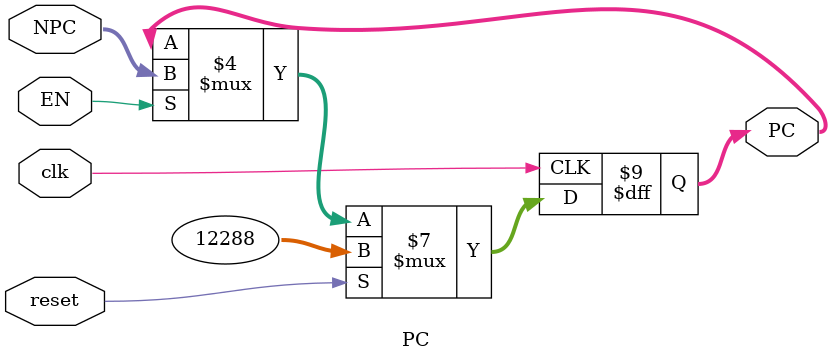
<source format=v>
`timescale 1ns / 1ps
module PC(
    input clk,
    input reset,
    input EN,
    input [31:0] NPC,
    output reg [31:0] PC
    );
	
	initial begin
		PC = 32'h0000_3000;
	end
	
	always @(posedge clk) begin
		if (reset) begin
			PC <= 32'h0000_3000;
		end
		else if (EN) begin
			PC <= NPC;
		end
		else begin
			PC <= PC;
		end
	end

endmodule

</source>
